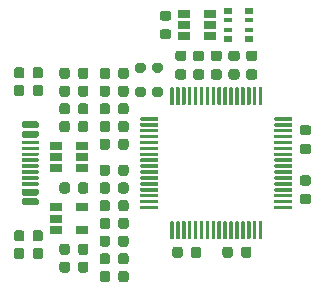
<source format=gbr>
G04 #@! TF.GenerationSoftware,KiCad,Pcbnew,(5.1.6-0-10_14)*
G04 #@! TF.CreationDate,2020-09-25T04:26:35-07:00*
G04 #@! TF.ProjectId,FT2232H_USB-C_to_2x10_1.27_F_RA,46543232-3332-4485-9f55-53422d435f74,rev?*
G04 #@! TF.SameCoordinates,Original*
G04 #@! TF.FileFunction,Paste,Top*
G04 #@! TF.FilePolarity,Positive*
%FSLAX46Y46*%
G04 Gerber Fmt 4.6, Leading zero omitted, Abs format (unit mm)*
G04 Created by KiCad (PCBNEW (5.1.6-0-10_14)) date 2020-09-25 04:26:35*
%MOMM*%
%LPD*%
G01*
G04 APERTURE LIST*
%ADD10R,1.060000X0.650000*%
%ADD11R,0.800000X0.500000*%
%ADD12R,0.800000X0.400000*%
G04 APERTURE END LIST*
D10*
X149650000Y-100778000D03*
X149650000Y-102678000D03*
X147450000Y-102678000D03*
X147450000Y-101728000D03*
X147450000Y-100778000D03*
G36*
G01*
X152700000Y-103884250D02*
X152700000Y-103371750D01*
G75*
G02*
X152918750Y-103153000I218750J0D01*
G01*
X153356250Y-103153000D01*
G75*
G02*
X153575000Y-103371750I0J-218750D01*
G01*
X153575000Y-103884250D01*
G75*
G02*
X153356250Y-104103000I-218750J0D01*
G01*
X152918750Y-104103000D01*
G75*
G02*
X152700000Y-103884250I0J218750D01*
G01*
G37*
G36*
G01*
X151125000Y-103884250D02*
X151125000Y-103371750D01*
G75*
G02*
X151343750Y-103153000I218750J0D01*
G01*
X151781250Y-103153000D01*
G75*
G02*
X152000000Y-103371750I0J-218750D01*
G01*
X152000000Y-103884250D01*
G75*
G02*
X151781250Y-104103000I-218750J0D01*
G01*
X151343750Y-104103000D01*
G75*
G02*
X151125000Y-103884250I0J218750D01*
G01*
G37*
G36*
G01*
X144595000Y-96628000D02*
X145895000Y-96628000D01*
G75*
G02*
X145970000Y-96703000I0J-75000D01*
G01*
X145970000Y-96853000D01*
G75*
G02*
X145895000Y-96928000I-75000J0D01*
G01*
X144595000Y-96928000D01*
G75*
G02*
X144520000Y-96853000I0J75000D01*
G01*
X144520000Y-96703000D01*
G75*
G02*
X144595000Y-96628000I75000J0D01*
G01*
G37*
G36*
G01*
X144595000Y-98628000D02*
X145895000Y-98628000D01*
G75*
G02*
X145970000Y-98703000I0J-75000D01*
G01*
X145970000Y-98853000D01*
G75*
G02*
X145895000Y-98928000I-75000J0D01*
G01*
X144595000Y-98928000D01*
G75*
G02*
X144520000Y-98853000I0J75000D01*
G01*
X144520000Y-98703000D01*
G75*
G02*
X144595000Y-98628000I75000J0D01*
G01*
G37*
G36*
G01*
X144595000Y-98128000D02*
X145895000Y-98128000D01*
G75*
G02*
X145970000Y-98203000I0J-75000D01*
G01*
X145970000Y-98353000D01*
G75*
G02*
X145895000Y-98428000I-75000J0D01*
G01*
X144595000Y-98428000D01*
G75*
G02*
X144520000Y-98353000I0J75000D01*
G01*
X144520000Y-98203000D01*
G75*
G02*
X144595000Y-98128000I75000J0D01*
G01*
G37*
G36*
G01*
X144595000Y-97628000D02*
X145895000Y-97628000D01*
G75*
G02*
X145970000Y-97703000I0J-75000D01*
G01*
X145970000Y-97853000D01*
G75*
G02*
X145895000Y-97928000I-75000J0D01*
G01*
X144595000Y-97928000D01*
G75*
G02*
X144520000Y-97853000I0J75000D01*
G01*
X144520000Y-97703000D01*
G75*
G02*
X144595000Y-97628000I75000J0D01*
G01*
G37*
G36*
G01*
X144595000Y-97128000D02*
X145895000Y-97128000D01*
G75*
G02*
X145970000Y-97203000I0J-75000D01*
G01*
X145970000Y-97353000D01*
G75*
G02*
X145895000Y-97428000I-75000J0D01*
G01*
X144595000Y-97428000D01*
G75*
G02*
X144520000Y-97353000I0J75000D01*
G01*
X144520000Y-97203000D01*
G75*
G02*
X144595000Y-97128000I75000J0D01*
G01*
G37*
G36*
G01*
X144595000Y-96128000D02*
X145895000Y-96128000D01*
G75*
G02*
X145970000Y-96203000I0J-75000D01*
G01*
X145970000Y-96353000D01*
G75*
G02*
X145895000Y-96428000I-75000J0D01*
G01*
X144595000Y-96428000D01*
G75*
G02*
X144520000Y-96353000I0J75000D01*
G01*
X144520000Y-96203000D01*
G75*
G02*
X144595000Y-96128000I75000J0D01*
G01*
G37*
G36*
G01*
X144595000Y-95628000D02*
X145895000Y-95628000D01*
G75*
G02*
X145970000Y-95703000I0J-75000D01*
G01*
X145970000Y-95853000D01*
G75*
G02*
X145895000Y-95928000I-75000J0D01*
G01*
X144595000Y-95928000D01*
G75*
G02*
X144520000Y-95853000I0J75000D01*
G01*
X144520000Y-95703000D01*
G75*
G02*
X144595000Y-95628000I75000J0D01*
G01*
G37*
G36*
G01*
X144595000Y-95128000D02*
X145895000Y-95128000D01*
G75*
G02*
X145970000Y-95203000I0J-75000D01*
G01*
X145970000Y-95353000D01*
G75*
G02*
X145895000Y-95428000I-75000J0D01*
G01*
X144595000Y-95428000D01*
G75*
G02*
X144520000Y-95353000I0J75000D01*
G01*
X144520000Y-95203000D01*
G75*
G02*
X144595000Y-95128000I75000J0D01*
G01*
G37*
G36*
G01*
X144670000Y-99978000D02*
X145820000Y-99978000D01*
G75*
G02*
X145970000Y-100128000I0J-150000D01*
G01*
X145970000Y-100428000D01*
G75*
G02*
X145820000Y-100578000I-150000J0D01*
G01*
X144670000Y-100578000D01*
G75*
G02*
X144520000Y-100428000I0J150000D01*
G01*
X144520000Y-100128000D01*
G75*
G02*
X144670000Y-99978000I150000J0D01*
G01*
G37*
G36*
G01*
X144670000Y-99178000D02*
X145820000Y-99178000D01*
G75*
G02*
X145970000Y-99328000I0J-150000D01*
G01*
X145970000Y-99628000D01*
G75*
G02*
X145820000Y-99778000I-150000J0D01*
G01*
X144670000Y-99778000D01*
G75*
G02*
X144520000Y-99628000I0J150000D01*
G01*
X144520000Y-99328000D01*
G75*
G02*
X144670000Y-99178000I150000J0D01*
G01*
G37*
G36*
G01*
X144670000Y-94278000D02*
X145820000Y-94278000D01*
G75*
G02*
X145970000Y-94428000I0J-150000D01*
G01*
X145970000Y-94728000D01*
G75*
G02*
X145820000Y-94878000I-150000J0D01*
G01*
X144670000Y-94878000D01*
G75*
G02*
X144520000Y-94728000I0J150000D01*
G01*
X144520000Y-94428000D01*
G75*
G02*
X144670000Y-94278000I150000J0D01*
G01*
G37*
G36*
G01*
X144670000Y-93478000D02*
X145820000Y-93478000D01*
G75*
G02*
X145970000Y-93628000I0J-150000D01*
G01*
X145970000Y-93928000D01*
G75*
G02*
X145820000Y-94078000I-150000J0D01*
G01*
X144670000Y-94078000D01*
G75*
G02*
X144520000Y-93928000I0J150000D01*
G01*
X144520000Y-93628000D01*
G75*
G02*
X144670000Y-93478000I150000J0D01*
G01*
G37*
G36*
G01*
X144670000Y-93478000D02*
X145820000Y-93478000D01*
G75*
G02*
X145970000Y-93628000I0J-150000D01*
G01*
X145970000Y-93928000D01*
G75*
G02*
X145820000Y-94078000I-150000J0D01*
G01*
X144670000Y-94078000D01*
G75*
G02*
X144520000Y-93928000I0J150000D01*
G01*
X144520000Y-93628000D01*
G75*
G02*
X144670000Y-93478000I150000J0D01*
G01*
G37*
G36*
G01*
X144670000Y-94278000D02*
X145820000Y-94278000D01*
G75*
G02*
X145970000Y-94428000I0J-150000D01*
G01*
X145970000Y-94728000D01*
G75*
G02*
X145820000Y-94878000I-150000J0D01*
G01*
X144670000Y-94878000D01*
G75*
G02*
X144520000Y-94728000I0J150000D01*
G01*
X144520000Y-94428000D01*
G75*
G02*
X144670000Y-94278000I150000J0D01*
G01*
G37*
G36*
G01*
X144670000Y-99178000D02*
X145820000Y-99178000D01*
G75*
G02*
X145970000Y-99328000I0J-150000D01*
G01*
X145970000Y-99628000D01*
G75*
G02*
X145820000Y-99778000I-150000J0D01*
G01*
X144670000Y-99778000D01*
G75*
G02*
X144520000Y-99628000I0J150000D01*
G01*
X144520000Y-99328000D01*
G75*
G02*
X144670000Y-99178000I150000J0D01*
G01*
G37*
G36*
G01*
X144670000Y-99978000D02*
X145820000Y-99978000D01*
G75*
G02*
X145970000Y-100128000I0J-150000D01*
G01*
X145970000Y-100428000D01*
G75*
G02*
X145820000Y-100578000I-150000J0D01*
G01*
X144670000Y-100578000D01*
G75*
G02*
X144520000Y-100428000I0J150000D01*
G01*
X144520000Y-100128000D01*
G75*
G02*
X144670000Y-99978000I150000J0D01*
G01*
G37*
G36*
G01*
X145450000Y-91134250D02*
X145450000Y-90621750D01*
G75*
G02*
X145668750Y-90403000I218750J0D01*
G01*
X146106250Y-90403000D01*
G75*
G02*
X146325000Y-90621750I0J-218750D01*
G01*
X146325000Y-91134250D01*
G75*
G02*
X146106250Y-91353000I-218750J0D01*
G01*
X145668750Y-91353000D01*
G75*
G02*
X145450000Y-91134250I0J218750D01*
G01*
G37*
G36*
G01*
X143875000Y-91134250D02*
X143875000Y-90621750D01*
G75*
G02*
X144093750Y-90403000I218750J0D01*
G01*
X144531250Y-90403000D01*
G75*
G02*
X144750000Y-90621750I0J-218750D01*
G01*
X144750000Y-91134250D01*
G75*
G02*
X144531250Y-91353000I-218750J0D01*
G01*
X144093750Y-91353000D01*
G75*
G02*
X143875000Y-91134250I0J218750D01*
G01*
G37*
G36*
G01*
X145450000Y-89634250D02*
X145450000Y-89121750D01*
G75*
G02*
X145668750Y-88903000I218750J0D01*
G01*
X146106250Y-88903000D01*
G75*
G02*
X146325000Y-89121750I0J-218750D01*
G01*
X146325000Y-89634250D01*
G75*
G02*
X146106250Y-89853000I-218750J0D01*
G01*
X145668750Y-89853000D01*
G75*
G02*
X145450000Y-89634250I0J218750D01*
G01*
G37*
G36*
G01*
X143875000Y-89634250D02*
X143875000Y-89121750D01*
G75*
G02*
X144093750Y-88903000I218750J0D01*
G01*
X144531250Y-88903000D01*
G75*
G02*
X144750000Y-89121750I0J-218750D01*
G01*
X144750000Y-89634250D01*
G75*
G02*
X144531250Y-89853000I-218750J0D01*
G01*
X144093750Y-89853000D01*
G75*
G02*
X143875000Y-89634250I0J218750D01*
G01*
G37*
D11*
X163758147Y-86537010D03*
D12*
X163758147Y-85737010D03*
D11*
X163758147Y-84137010D03*
D12*
X163758147Y-84937010D03*
D11*
X161958147Y-86537010D03*
D12*
X161958147Y-84937010D03*
X161958147Y-85737010D03*
D11*
X161958147Y-84137010D03*
G36*
G01*
X155775000Y-88553000D02*
X156275000Y-88553000D01*
G75*
G02*
X156475000Y-88753000I0J-200000D01*
G01*
X156475000Y-89153000D01*
G75*
G02*
X156275000Y-89353000I-200000J0D01*
G01*
X155775000Y-89353000D01*
G75*
G02*
X155575000Y-89153000I0J200000D01*
G01*
X155575000Y-88753000D01*
G75*
G02*
X155775000Y-88553000I200000J0D01*
G01*
G37*
G36*
G01*
X154325000Y-88553000D02*
X154825000Y-88553000D01*
G75*
G02*
X155025000Y-88753000I0J-200000D01*
G01*
X155025000Y-89153000D01*
G75*
G02*
X154825000Y-89353000I-200000J0D01*
G01*
X154325000Y-89353000D01*
G75*
G02*
X154125000Y-89153000I0J200000D01*
G01*
X154125000Y-88753000D01*
G75*
G02*
X154325000Y-88553000I200000J0D01*
G01*
G37*
G36*
G01*
X155775000Y-90602999D02*
X156275000Y-90602999D01*
G75*
G02*
X156475000Y-90802999I0J-200000D01*
G01*
X156475000Y-91202999D01*
G75*
G02*
X156275000Y-91402999I-200000J0D01*
G01*
X155775000Y-91402999D01*
G75*
G02*
X155575000Y-91202999I0J200000D01*
G01*
X155575000Y-90802999D01*
G75*
G02*
X155775000Y-90602999I200000J0D01*
G01*
G37*
G36*
G01*
X154325000Y-90602999D02*
X154825000Y-90602999D01*
G75*
G02*
X155025000Y-90802999I0J-200000D01*
G01*
X155025000Y-91202999D01*
G75*
G02*
X154825000Y-91402999I-200000J0D01*
G01*
X154325000Y-91402999D01*
G75*
G02*
X154125000Y-91202999I0J200000D01*
G01*
X154125000Y-90802999D01*
G75*
G02*
X154325000Y-90602999I200000J0D01*
G01*
G37*
D10*
X149650000Y-96528000D03*
X149650000Y-95578000D03*
X149650000Y-97478000D03*
X147450000Y-97478000D03*
X147450000Y-96528000D03*
X147450000Y-95578000D03*
X160458147Y-85337009D03*
X160458147Y-84387009D03*
X160458147Y-86287009D03*
X158258147Y-86287009D03*
X158258147Y-85337009D03*
X158258147Y-84387009D03*
G36*
G01*
X157100000Y-92053000D02*
X157100000Y-90653000D01*
G75*
G02*
X157175000Y-90578000I75000J0D01*
G01*
X157325000Y-90578000D01*
G75*
G02*
X157400000Y-90653000I0J-75000D01*
G01*
X157400000Y-92053000D01*
G75*
G02*
X157325000Y-92128000I-75000J0D01*
G01*
X157175000Y-92128000D01*
G75*
G02*
X157100000Y-92053000I0J75000D01*
G01*
G37*
G36*
G01*
X157600000Y-92053000D02*
X157600000Y-90653000D01*
G75*
G02*
X157675000Y-90578000I75000J0D01*
G01*
X157825000Y-90578000D01*
G75*
G02*
X157900000Y-90653000I0J-75000D01*
G01*
X157900000Y-92053000D01*
G75*
G02*
X157825000Y-92128000I-75000J0D01*
G01*
X157675000Y-92128000D01*
G75*
G02*
X157600000Y-92053000I0J75000D01*
G01*
G37*
G36*
G01*
X158100000Y-92053000D02*
X158100000Y-90653000D01*
G75*
G02*
X158175000Y-90578000I75000J0D01*
G01*
X158325000Y-90578000D01*
G75*
G02*
X158400000Y-90653000I0J-75000D01*
G01*
X158400000Y-92053000D01*
G75*
G02*
X158325000Y-92128000I-75000J0D01*
G01*
X158175000Y-92128000D01*
G75*
G02*
X158100000Y-92053000I0J75000D01*
G01*
G37*
G36*
G01*
X158600000Y-92053000D02*
X158600000Y-90653000D01*
G75*
G02*
X158675000Y-90578000I75000J0D01*
G01*
X158825000Y-90578000D01*
G75*
G02*
X158900000Y-90653000I0J-75000D01*
G01*
X158900000Y-92053000D01*
G75*
G02*
X158825000Y-92128000I-75000J0D01*
G01*
X158675000Y-92128000D01*
G75*
G02*
X158600000Y-92053000I0J75000D01*
G01*
G37*
G36*
G01*
X159100000Y-92053000D02*
X159100000Y-90653000D01*
G75*
G02*
X159175000Y-90578000I75000J0D01*
G01*
X159325000Y-90578000D01*
G75*
G02*
X159400000Y-90653000I0J-75000D01*
G01*
X159400000Y-92053000D01*
G75*
G02*
X159325000Y-92128000I-75000J0D01*
G01*
X159175000Y-92128000D01*
G75*
G02*
X159100000Y-92053000I0J75000D01*
G01*
G37*
G36*
G01*
X159600000Y-92053000D02*
X159600000Y-90653000D01*
G75*
G02*
X159675000Y-90578000I75000J0D01*
G01*
X159825000Y-90578000D01*
G75*
G02*
X159900000Y-90653000I0J-75000D01*
G01*
X159900000Y-92053000D01*
G75*
G02*
X159825000Y-92128000I-75000J0D01*
G01*
X159675000Y-92128000D01*
G75*
G02*
X159600000Y-92053000I0J75000D01*
G01*
G37*
G36*
G01*
X160100000Y-92053000D02*
X160100000Y-90653000D01*
G75*
G02*
X160175000Y-90578000I75000J0D01*
G01*
X160325000Y-90578000D01*
G75*
G02*
X160400000Y-90653000I0J-75000D01*
G01*
X160400000Y-92053000D01*
G75*
G02*
X160325000Y-92128000I-75000J0D01*
G01*
X160175000Y-92128000D01*
G75*
G02*
X160100000Y-92053000I0J75000D01*
G01*
G37*
G36*
G01*
X160600000Y-92053000D02*
X160600000Y-90653000D01*
G75*
G02*
X160675000Y-90578000I75000J0D01*
G01*
X160825000Y-90578000D01*
G75*
G02*
X160900000Y-90653000I0J-75000D01*
G01*
X160900000Y-92053000D01*
G75*
G02*
X160825000Y-92128000I-75000J0D01*
G01*
X160675000Y-92128000D01*
G75*
G02*
X160600000Y-92053000I0J75000D01*
G01*
G37*
G36*
G01*
X161100000Y-92053000D02*
X161100000Y-90653000D01*
G75*
G02*
X161175000Y-90578000I75000J0D01*
G01*
X161325000Y-90578000D01*
G75*
G02*
X161400000Y-90653000I0J-75000D01*
G01*
X161400000Y-92053000D01*
G75*
G02*
X161325000Y-92128000I-75000J0D01*
G01*
X161175000Y-92128000D01*
G75*
G02*
X161100000Y-92053000I0J75000D01*
G01*
G37*
G36*
G01*
X161600000Y-92053000D02*
X161600000Y-90653000D01*
G75*
G02*
X161675000Y-90578000I75000J0D01*
G01*
X161825000Y-90578000D01*
G75*
G02*
X161900000Y-90653000I0J-75000D01*
G01*
X161900000Y-92053000D01*
G75*
G02*
X161825000Y-92128000I-75000J0D01*
G01*
X161675000Y-92128000D01*
G75*
G02*
X161600000Y-92053000I0J75000D01*
G01*
G37*
G36*
G01*
X162100000Y-92053000D02*
X162100000Y-90653000D01*
G75*
G02*
X162175000Y-90578000I75000J0D01*
G01*
X162325000Y-90578000D01*
G75*
G02*
X162400000Y-90653000I0J-75000D01*
G01*
X162400000Y-92053000D01*
G75*
G02*
X162325000Y-92128000I-75000J0D01*
G01*
X162175000Y-92128000D01*
G75*
G02*
X162100000Y-92053000I0J75000D01*
G01*
G37*
G36*
G01*
X162600000Y-92053000D02*
X162600000Y-90653000D01*
G75*
G02*
X162675000Y-90578000I75000J0D01*
G01*
X162825000Y-90578000D01*
G75*
G02*
X162900000Y-90653000I0J-75000D01*
G01*
X162900000Y-92053000D01*
G75*
G02*
X162825000Y-92128000I-75000J0D01*
G01*
X162675000Y-92128000D01*
G75*
G02*
X162600000Y-92053000I0J75000D01*
G01*
G37*
G36*
G01*
X163100000Y-92053000D02*
X163100000Y-90653000D01*
G75*
G02*
X163175000Y-90578000I75000J0D01*
G01*
X163325000Y-90578000D01*
G75*
G02*
X163400000Y-90653000I0J-75000D01*
G01*
X163400000Y-92053000D01*
G75*
G02*
X163325000Y-92128000I-75000J0D01*
G01*
X163175000Y-92128000D01*
G75*
G02*
X163100000Y-92053000I0J75000D01*
G01*
G37*
G36*
G01*
X163600000Y-92053000D02*
X163600000Y-90653000D01*
G75*
G02*
X163675000Y-90578000I75000J0D01*
G01*
X163825000Y-90578000D01*
G75*
G02*
X163900000Y-90653000I0J-75000D01*
G01*
X163900000Y-92053000D01*
G75*
G02*
X163825000Y-92128000I-75000J0D01*
G01*
X163675000Y-92128000D01*
G75*
G02*
X163600000Y-92053000I0J75000D01*
G01*
G37*
G36*
G01*
X164100000Y-92053000D02*
X164100000Y-90653000D01*
G75*
G02*
X164175000Y-90578000I75000J0D01*
G01*
X164325000Y-90578000D01*
G75*
G02*
X164400000Y-90653000I0J-75000D01*
G01*
X164400000Y-92053000D01*
G75*
G02*
X164325000Y-92128000I-75000J0D01*
G01*
X164175000Y-92128000D01*
G75*
G02*
X164100000Y-92053000I0J75000D01*
G01*
G37*
G36*
G01*
X164600000Y-92053000D02*
X164600000Y-90653000D01*
G75*
G02*
X164675000Y-90578000I75000J0D01*
G01*
X164825000Y-90578000D01*
G75*
G02*
X164900000Y-90653000I0J-75000D01*
G01*
X164900000Y-92053000D01*
G75*
G02*
X164825000Y-92128000I-75000J0D01*
G01*
X164675000Y-92128000D01*
G75*
G02*
X164600000Y-92053000I0J75000D01*
G01*
G37*
G36*
G01*
X165900000Y-93353000D02*
X165900000Y-93203000D01*
G75*
G02*
X165975000Y-93128000I75000J0D01*
G01*
X167375000Y-93128000D01*
G75*
G02*
X167450000Y-93203000I0J-75000D01*
G01*
X167450000Y-93353000D01*
G75*
G02*
X167375000Y-93428000I-75000J0D01*
G01*
X165975000Y-93428000D01*
G75*
G02*
X165900000Y-93353000I0J75000D01*
G01*
G37*
G36*
G01*
X165900000Y-93853000D02*
X165900000Y-93703000D01*
G75*
G02*
X165975000Y-93628000I75000J0D01*
G01*
X167375000Y-93628000D01*
G75*
G02*
X167450000Y-93703000I0J-75000D01*
G01*
X167450000Y-93853000D01*
G75*
G02*
X167375000Y-93928000I-75000J0D01*
G01*
X165975000Y-93928000D01*
G75*
G02*
X165900000Y-93853000I0J75000D01*
G01*
G37*
G36*
G01*
X165900000Y-94353000D02*
X165900000Y-94203000D01*
G75*
G02*
X165975000Y-94128000I75000J0D01*
G01*
X167375000Y-94128000D01*
G75*
G02*
X167450000Y-94203000I0J-75000D01*
G01*
X167450000Y-94353000D01*
G75*
G02*
X167375000Y-94428000I-75000J0D01*
G01*
X165975000Y-94428000D01*
G75*
G02*
X165900000Y-94353000I0J75000D01*
G01*
G37*
G36*
G01*
X165900000Y-94853000D02*
X165900000Y-94703000D01*
G75*
G02*
X165975000Y-94628000I75000J0D01*
G01*
X167375000Y-94628000D01*
G75*
G02*
X167450000Y-94703000I0J-75000D01*
G01*
X167450000Y-94853000D01*
G75*
G02*
X167375000Y-94928000I-75000J0D01*
G01*
X165975000Y-94928000D01*
G75*
G02*
X165900000Y-94853000I0J75000D01*
G01*
G37*
G36*
G01*
X165900000Y-95353000D02*
X165900000Y-95203000D01*
G75*
G02*
X165975000Y-95128000I75000J0D01*
G01*
X167375000Y-95128000D01*
G75*
G02*
X167450000Y-95203000I0J-75000D01*
G01*
X167450000Y-95353000D01*
G75*
G02*
X167375000Y-95428000I-75000J0D01*
G01*
X165975000Y-95428000D01*
G75*
G02*
X165900000Y-95353000I0J75000D01*
G01*
G37*
G36*
G01*
X165900000Y-95853000D02*
X165900000Y-95703000D01*
G75*
G02*
X165975000Y-95628000I75000J0D01*
G01*
X167375000Y-95628000D01*
G75*
G02*
X167450000Y-95703000I0J-75000D01*
G01*
X167450000Y-95853000D01*
G75*
G02*
X167375000Y-95928000I-75000J0D01*
G01*
X165975000Y-95928000D01*
G75*
G02*
X165900000Y-95853000I0J75000D01*
G01*
G37*
G36*
G01*
X165900000Y-96353000D02*
X165900000Y-96203000D01*
G75*
G02*
X165975000Y-96128000I75000J0D01*
G01*
X167375000Y-96128000D01*
G75*
G02*
X167450000Y-96203000I0J-75000D01*
G01*
X167450000Y-96353000D01*
G75*
G02*
X167375000Y-96428000I-75000J0D01*
G01*
X165975000Y-96428000D01*
G75*
G02*
X165900000Y-96353000I0J75000D01*
G01*
G37*
G36*
G01*
X165900000Y-96853000D02*
X165900000Y-96703000D01*
G75*
G02*
X165975000Y-96628000I75000J0D01*
G01*
X167375000Y-96628000D01*
G75*
G02*
X167450000Y-96703000I0J-75000D01*
G01*
X167450000Y-96853000D01*
G75*
G02*
X167375000Y-96928000I-75000J0D01*
G01*
X165975000Y-96928000D01*
G75*
G02*
X165900000Y-96853000I0J75000D01*
G01*
G37*
G36*
G01*
X165900000Y-97353000D02*
X165900000Y-97203000D01*
G75*
G02*
X165975000Y-97128000I75000J0D01*
G01*
X167375000Y-97128000D01*
G75*
G02*
X167450000Y-97203000I0J-75000D01*
G01*
X167450000Y-97353000D01*
G75*
G02*
X167375000Y-97428000I-75000J0D01*
G01*
X165975000Y-97428000D01*
G75*
G02*
X165900000Y-97353000I0J75000D01*
G01*
G37*
G36*
G01*
X165900000Y-97853000D02*
X165900000Y-97703000D01*
G75*
G02*
X165975000Y-97628000I75000J0D01*
G01*
X167375000Y-97628000D01*
G75*
G02*
X167450000Y-97703000I0J-75000D01*
G01*
X167450000Y-97853000D01*
G75*
G02*
X167375000Y-97928000I-75000J0D01*
G01*
X165975000Y-97928000D01*
G75*
G02*
X165900000Y-97853000I0J75000D01*
G01*
G37*
G36*
G01*
X165900000Y-98353000D02*
X165900000Y-98203000D01*
G75*
G02*
X165975000Y-98128000I75000J0D01*
G01*
X167375000Y-98128000D01*
G75*
G02*
X167450000Y-98203000I0J-75000D01*
G01*
X167450000Y-98353000D01*
G75*
G02*
X167375000Y-98428000I-75000J0D01*
G01*
X165975000Y-98428000D01*
G75*
G02*
X165900000Y-98353000I0J75000D01*
G01*
G37*
G36*
G01*
X165900000Y-98853000D02*
X165900000Y-98703000D01*
G75*
G02*
X165975000Y-98628000I75000J0D01*
G01*
X167375000Y-98628000D01*
G75*
G02*
X167450000Y-98703000I0J-75000D01*
G01*
X167450000Y-98853000D01*
G75*
G02*
X167375000Y-98928000I-75000J0D01*
G01*
X165975000Y-98928000D01*
G75*
G02*
X165900000Y-98853000I0J75000D01*
G01*
G37*
G36*
G01*
X165900000Y-99353000D02*
X165900000Y-99203000D01*
G75*
G02*
X165975000Y-99128000I75000J0D01*
G01*
X167375000Y-99128000D01*
G75*
G02*
X167450000Y-99203000I0J-75000D01*
G01*
X167450000Y-99353000D01*
G75*
G02*
X167375000Y-99428000I-75000J0D01*
G01*
X165975000Y-99428000D01*
G75*
G02*
X165900000Y-99353000I0J75000D01*
G01*
G37*
G36*
G01*
X165900000Y-99853000D02*
X165900000Y-99703000D01*
G75*
G02*
X165975000Y-99628000I75000J0D01*
G01*
X167375000Y-99628000D01*
G75*
G02*
X167450000Y-99703000I0J-75000D01*
G01*
X167450000Y-99853000D01*
G75*
G02*
X167375000Y-99928000I-75000J0D01*
G01*
X165975000Y-99928000D01*
G75*
G02*
X165900000Y-99853000I0J75000D01*
G01*
G37*
G36*
G01*
X165900000Y-100353000D02*
X165900000Y-100203000D01*
G75*
G02*
X165975000Y-100128000I75000J0D01*
G01*
X167375000Y-100128000D01*
G75*
G02*
X167450000Y-100203000I0J-75000D01*
G01*
X167450000Y-100353000D01*
G75*
G02*
X167375000Y-100428000I-75000J0D01*
G01*
X165975000Y-100428000D01*
G75*
G02*
X165900000Y-100353000I0J75000D01*
G01*
G37*
G36*
G01*
X165900000Y-100853000D02*
X165900000Y-100703000D01*
G75*
G02*
X165975000Y-100628000I75000J0D01*
G01*
X167375000Y-100628000D01*
G75*
G02*
X167450000Y-100703000I0J-75000D01*
G01*
X167450000Y-100853000D01*
G75*
G02*
X167375000Y-100928000I-75000J0D01*
G01*
X165975000Y-100928000D01*
G75*
G02*
X165900000Y-100853000I0J75000D01*
G01*
G37*
G36*
G01*
X164600000Y-103403000D02*
X164600000Y-102003000D01*
G75*
G02*
X164675000Y-101928000I75000J0D01*
G01*
X164825000Y-101928000D01*
G75*
G02*
X164900000Y-102003000I0J-75000D01*
G01*
X164900000Y-103403000D01*
G75*
G02*
X164825000Y-103478000I-75000J0D01*
G01*
X164675000Y-103478000D01*
G75*
G02*
X164600000Y-103403000I0J75000D01*
G01*
G37*
G36*
G01*
X164100000Y-103403000D02*
X164100000Y-102003000D01*
G75*
G02*
X164175000Y-101928000I75000J0D01*
G01*
X164325000Y-101928000D01*
G75*
G02*
X164400000Y-102003000I0J-75000D01*
G01*
X164400000Y-103403000D01*
G75*
G02*
X164325000Y-103478000I-75000J0D01*
G01*
X164175000Y-103478000D01*
G75*
G02*
X164100000Y-103403000I0J75000D01*
G01*
G37*
G36*
G01*
X163600000Y-103403000D02*
X163600000Y-102003000D01*
G75*
G02*
X163675000Y-101928000I75000J0D01*
G01*
X163825000Y-101928000D01*
G75*
G02*
X163900000Y-102003000I0J-75000D01*
G01*
X163900000Y-103403000D01*
G75*
G02*
X163825000Y-103478000I-75000J0D01*
G01*
X163675000Y-103478000D01*
G75*
G02*
X163600000Y-103403000I0J75000D01*
G01*
G37*
G36*
G01*
X163100000Y-103403000D02*
X163100000Y-102003000D01*
G75*
G02*
X163175000Y-101928000I75000J0D01*
G01*
X163325000Y-101928000D01*
G75*
G02*
X163400000Y-102003000I0J-75000D01*
G01*
X163400000Y-103403000D01*
G75*
G02*
X163325000Y-103478000I-75000J0D01*
G01*
X163175000Y-103478000D01*
G75*
G02*
X163100000Y-103403000I0J75000D01*
G01*
G37*
G36*
G01*
X162600000Y-103403000D02*
X162600000Y-102003000D01*
G75*
G02*
X162675000Y-101928000I75000J0D01*
G01*
X162825000Y-101928000D01*
G75*
G02*
X162900000Y-102003000I0J-75000D01*
G01*
X162900000Y-103403000D01*
G75*
G02*
X162825000Y-103478000I-75000J0D01*
G01*
X162675000Y-103478000D01*
G75*
G02*
X162600000Y-103403000I0J75000D01*
G01*
G37*
G36*
G01*
X162100000Y-103403000D02*
X162100000Y-102003000D01*
G75*
G02*
X162175000Y-101928000I75000J0D01*
G01*
X162325000Y-101928000D01*
G75*
G02*
X162400000Y-102003000I0J-75000D01*
G01*
X162400000Y-103403000D01*
G75*
G02*
X162325000Y-103478000I-75000J0D01*
G01*
X162175000Y-103478000D01*
G75*
G02*
X162100000Y-103403000I0J75000D01*
G01*
G37*
G36*
G01*
X161600000Y-103403000D02*
X161600000Y-102003000D01*
G75*
G02*
X161675000Y-101928000I75000J0D01*
G01*
X161825000Y-101928000D01*
G75*
G02*
X161900000Y-102003000I0J-75000D01*
G01*
X161900000Y-103403000D01*
G75*
G02*
X161825000Y-103478000I-75000J0D01*
G01*
X161675000Y-103478000D01*
G75*
G02*
X161600000Y-103403000I0J75000D01*
G01*
G37*
G36*
G01*
X161100000Y-103403000D02*
X161100000Y-102003000D01*
G75*
G02*
X161175000Y-101928000I75000J0D01*
G01*
X161325000Y-101928000D01*
G75*
G02*
X161400000Y-102003000I0J-75000D01*
G01*
X161400000Y-103403000D01*
G75*
G02*
X161325000Y-103478000I-75000J0D01*
G01*
X161175000Y-103478000D01*
G75*
G02*
X161100000Y-103403000I0J75000D01*
G01*
G37*
G36*
G01*
X160600000Y-103403000D02*
X160600000Y-102003000D01*
G75*
G02*
X160675000Y-101928000I75000J0D01*
G01*
X160825000Y-101928000D01*
G75*
G02*
X160900000Y-102003000I0J-75000D01*
G01*
X160900000Y-103403000D01*
G75*
G02*
X160825000Y-103478000I-75000J0D01*
G01*
X160675000Y-103478000D01*
G75*
G02*
X160600000Y-103403000I0J75000D01*
G01*
G37*
G36*
G01*
X160100000Y-103403000D02*
X160100000Y-102003000D01*
G75*
G02*
X160175000Y-101928000I75000J0D01*
G01*
X160325000Y-101928000D01*
G75*
G02*
X160400000Y-102003000I0J-75000D01*
G01*
X160400000Y-103403000D01*
G75*
G02*
X160325000Y-103478000I-75000J0D01*
G01*
X160175000Y-103478000D01*
G75*
G02*
X160100000Y-103403000I0J75000D01*
G01*
G37*
G36*
G01*
X159600000Y-103403000D02*
X159600000Y-102003000D01*
G75*
G02*
X159675000Y-101928000I75000J0D01*
G01*
X159825000Y-101928000D01*
G75*
G02*
X159900000Y-102003000I0J-75000D01*
G01*
X159900000Y-103403000D01*
G75*
G02*
X159825000Y-103478000I-75000J0D01*
G01*
X159675000Y-103478000D01*
G75*
G02*
X159600000Y-103403000I0J75000D01*
G01*
G37*
G36*
G01*
X159100000Y-103403000D02*
X159100000Y-102003000D01*
G75*
G02*
X159175000Y-101928000I75000J0D01*
G01*
X159325000Y-101928000D01*
G75*
G02*
X159400000Y-102003000I0J-75000D01*
G01*
X159400000Y-103403000D01*
G75*
G02*
X159325000Y-103478000I-75000J0D01*
G01*
X159175000Y-103478000D01*
G75*
G02*
X159100000Y-103403000I0J75000D01*
G01*
G37*
G36*
G01*
X158600000Y-103403000D02*
X158600000Y-102003000D01*
G75*
G02*
X158675000Y-101928000I75000J0D01*
G01*
X158825000Y-101928000D01*
G75*
G02*
X158900000Y-102003000I0J-75000D01*
G01*
X158900000Y-103403000D01*
G75*
G02*
X158825000Y-103478000I-75000J0D01*
G01*
X158675000Y-103478000D01*
G75*
G02*
X158600000Y-103403000I0J75000D01*
G01*
G37*
G36*
G01*
X158100000Y-103403000D02*
X158100000Y-102003000D01*
G75*
G02*
X158175000Y-101928000I75000J0D01*
G01*
X158325000Y-101928000D01*
G75*
G02*
X158400000Y-102003000I0J-75000D01*
G01*
X158400000Y-103403000D01*
G75*
G02*
X158325000Y-103478000I-75000J0D01*
G01*
X158175000Y-103478000D01*
G75*
G02*
X158100000Y-103403000I0J75000D01*
G01*
G37*
G36*
G01*
X157600000Y-103403000D02*
X157600000Y-102003000D01*
G75*
G02*
X157675000Y-101928000I75000J0D01*
G01*
X157825000Y-101928000D01*
G75*
G02*
X157900000Y-102003000I0J-75000D01*
G01*
X157900000Y-103403000D01*
G75*
G02*
X157825000Y-103478000I-75000J0D01*
G01*
X157675000Y-103478000D01*
G75*
G02*
X157600000Y-103403000I0J75000D01*
G01*
G37*
G36*
G01*
X157100000Y-103403000D02*
X157100000Y-102003000D01*
G75*
G02*
X157175000Y-101928000I75000J0D01*
G01*
X157325000Y-101928000D01*
G75*
G02*
X157400000Y-102003000I0J-75000D01*
G01*
X157400000Y-103403000D01*
G75*
G02*
X157325000Y-103478000I-75000J0D01*
G01*
X157175000Y-103478000D01*
G75*
G02*
X157100000Y-103403000I0J75000D01*
G01*
G37*
G36*
G01*
X154550000Y-100853000D02*
X154550000Y-100703000D01*
G75*
G02*
X154625000Y-100628000I75000J0D01*
G01*
X156025000Y-100628000D01*
G75*
G02*
X156100000Y-100703000I0J-75000D01*
G01*
X156100000Y-100853000D01*
G75*
G02*
X156025000Y-100928000I-75000J0D01*
G01*
X154625000Y-100928000D01*
G75*
G02*
X154550000Y-100853000I0J75000D01*
G01*
G37*
G36*
G01*
X154550000Y-100353000D02*
X154550000Y-100203000D01*
G75*
G02*
X154625000Y-100128000I75000J0D01*
G01*
X156025000Y-100128000D01*
G75*
G02*
X156100000Y-100203000I0J-75000D01*
G01*
X156100000Y-100353000D01*
G75*
G02*
X156025000Y-100428000I-75000J0D01*
G01*
X154625000Y-100428000D01*
G75*
G02*
X154550000Y-100353000I0J75000D01*
G01*
G37*
G36*
G01*
X154550000Y-99853000D02*
X154550000Y-99703000D01*
G75*
G02*
X154625000Y-99628000I75000J0D01*
G01*
X156025000Y-99628000D01*
G75*
G02*
X156100000Y-99703000I0J-75000D01*
G01*
X156100000Y-99853000D01*
G75*
G02*
X156025000Y-99928000I-75000J0D01*
G01*
X154625000Y-99928000D01*
G75*
G02*
X154550000Y-99853000I0J75000D01*
G01*
G37*
G36*
G01*
X154550000Y-99353000D02*
X154550000Y-99203000D01*
G75*
G02*
X154625000Y-99128000I75000J0D01*
G01*
X156025000Y-99128000D01*
G75*
G02*
X156100000Y-99203000I0J-75000D01*
G01*
X156100000Y-99353000D01*
G75*
G02*
X156025000Y-99428000I-75000J0D01*
G01*
X154625000Y-99428000D01*
G75*
G02*
X154550000Y-99353000I0J75000D01*
G01*
G37*
G36*
G01*
X154550000Y-98853000D02*
X154550000Y-98703000D01*
G75*
G02*
X154625000Y-98628000I75000J0D01*
G01*
X156025000Y-98628000D01*
G75*
G02*
X156100000Y-98703000I0J-75000D01*
G01*
X156100000Y-98853000D01*
G75*
G02*
X156025000Y-98928000I-75000J0D01*
G01*
X154625000Y-98928000D01*
G75*
G02*
X154550000Y-98853000I0J75000D01*
G01*
G37*
G36*
G01*
X154550000Y-98353000D02*
X154550000Y-98203000D01*
G75*
G02*
X154625000Y-98128000I75000J0D01*
G01*
X156025000Y-98128000D01*
G75*
G02*
X156100000Y-98203000I0J-75000D01*
G01*
X156100000Y-98353000D01*
G75*
G02*
X156025000Y-98428000I-75000J0D01*
G01*
X154625000Y-98428000D01*
G75*
G02*
X154550000Y-98353000I0J75000D01*
G01*
G37*
G36*
G01*
X154550000Y-97853000D02*
X154550000Y-97703000D01*
G75*
G02*
X154625000Y-97628000I75000J0D01*
G01*
X156025000Y-97628000D01*
G75*
G02*
X156100000Y-97703000I0J-75000D01*
G01*
X156100000Y-97853000D01*
G75*
G02*
X156025000Y-97928000I-75000J0D01*
G01*
X154625000Y-97928000D01*
G75*
G02*
X154550000Y-97853000I0J75000D01*
G01*
G37*
G36*
G01*
X154550000Y-97353000D02*
X154550000Y-97203000D01*
G75*
G02*
X154625000Y-97128000I75000J0D01*
G01*
X156025000Y-97128000D01*
G75*
G02*
X156100000Y-97203000I0J-75000D01*
G01*
X156100000Y-97353000D01*
G75*
G02*
X156025000Y-97428000I-75000J0D01*
G01*
X154625000Y-97428000D01*
G75*
G02*
X154550000Y-97353000I0J75000D01*
G01*
G37*
G36*
G01*
X154550000Y-96853000D02*
X154550000Y-96703000D01*
G75*
G02*
X154625000Y-96628000I75000J0D01*
G01*
X156025000Y-96628000D01*
G75*
G02*
X156100000Y-96703000I0J-75000D01*
G01*
X156100000Y-96853000D01*
G75*
G02*
X156025000Y-96928000I-75000J0D01*
G01*
X154625000Y-96928000D01*
G75*
G02*
X154550000Y-96853000I0J75000D01*
G01*
G37*
G36*
G01*
X154550000Y-96353000D02*
X154550000Y-96203000D01*
G75*
G02*
X154625000Y-96128000I75000J0D01*
G01*
X156025000Y-96128000D01*
G75*
G02*
X156100000Y-96203000I0J-75000D01*
G01*
X156100000Y-96353000D01*
G75*
G02*
X156025000Y-96428000I-75000J0D01*
G01*
X154625000Y-96428000D01*
G75*
G02*
X154550000Y-96353000I0J75000D01*
G01*
G37*
G36*
G01*
X154550000Y-95853000D02*
X154550000Y-95703000D01*
G75*
G02*
X154625000Y-95628000I75000J0D01*
G01*
X156025000Y-95628000D01*
G75*
G02*
X156100000Y-95703000I0J-75000D01*
G01*
X156100000Y-95853000D01*
G75*
G02*
X156025000Y-95928000I-75000J0D01*
G01*
X154625000Y-95928000D01*
G75*
G02*
X154550000Y-95853000I0J75000D01*
G01*
G37*
G36*
G01*
X154550000Y-95353000D02*
X154550000Y-95203000D01*
G75*
G02*
X154625000Y-95128000I75000J0D01*
G01*
X156025000Y-95128000D01*
G75*
G02*
X156100000Y-95203000I0J-75000D01*
G01*
X156100000Y-95353000D01*
G75*
G02*
X156025000Y-95428000I-75000J0D01*
G01*
X154625000Y-95428000D01*
G75*
G02*
X154550000Y-95353000I0J75000D01*
G01*
G37*
G36*
G01*
X154550000Y-94853000D02*
X154550000Y-94703000D01*
G75*
G02*
X154625000Y-94628000I75000J0D01*
G01*
X156025000Y-94628000D01*
G75*
G02*
X156100000Y-94703000I0J-75000D01*
G01*
X156100000Y-94853000D01*
G75*
G02*
X156025000Y-94928000I-75000J0D01*
G01*
X154625000Y-94928000D01*
G75*
G02*
X154550000Y-94853000I0J75000D01*
G01*
G37*
G36*
G01*
X154550000Y-94353000D02*
X154550000Y-94203000D01*
G75*
G02*
X154625000Y-94128000I75000J0D01*
G01*
X156025000Y-94128000D01*
G75*
G02*
X156100000Y-94203000I0J-75000D01*
G01*
X156100000Y-94353000D01*
G75*
G02*
X156025000Y-94428000I-75000J0D01*
G01*
X154625000Y-94428000D01*
G75*
G02*
X154550000Y-94353000I0J75000D01*
G01*
G37*
G36*
G01*
X154550000Y-93853000D02*
X154550000Y-93703000D01*
G75*
G02*
X154625000Y-93628000I75000J0D01*
G01*
X156025000Y-93628000D01*
G75*
G02*
X156100000Y-93703000I0J-75000D01*
G01*
X156100000Y-93853000D01*
G75*
G02*
X156025000Y-93928000I-75000J0D01*
G01*
X154625000Y-93928000D01*
G75*
G02*
X154550000Y-93853000I0J75000D01*
G01*
G37*
G36*
G01*
X154550000Y-93353000D02*
X154550000Y-93203000D01*
G75*
G02*
X154625000Y-93128000I75000J0D01*
G01*
X156025000Y-93128000D01*
G75*
G02*
X156100000Y-93203000I0J-75000D01*
G01*
X156100000Y-93353000D01*
G75*
G02*
X156025000Y-93428000I-75000J0D01*
G01*
X154625000Y-93428000D01*
G75*
G02*
X154550000Y-93353000I0J75000D01*
G01*
G37*
G36*
G01*
X148600000Y-105571750D02*
X148600000Y-106084250D01*
G75*
G02*
X148381250Y-106303000I-218750J0D01*
G01*
X147943750Y-106303000D01*
G75*
G02*
X147725000Y-106084250I0J218750D01*
G01*
X147725000Y-105571750D01*
G75*
G02*
X147943750Y-105353000I218750J0D01*
G01*
X148381250Y-105353000D01*
G75*
G02*
X148600000Y-105571750I0J-218750D01*
G01*
G37*
G36*
G01*
X150175000Y-105571750D02*
X150175000Y-106084250D01*
G75*
G02*
X149956250Y-106303000I-218750J0D01*
G01*
X149518750Y-106303000D01*
G75*
G02*
X149300000Y-106084250I0J218750D01*
G01*
X149300000Y-105571750D01*
G75*
G02*
X149518750Y-105353000I218750J0D01*
G01*
X149956250Y-105353000D01*
G75*
G02*
X150175000Y-105571750I0J-218750D01*
G01*
G37*
G36*
G01*
X159756250Y-88378000D02*
X159243750Y-88378000D01*
G75*
G02*
X159025000Y-88159250I0J218750D01*
G01*
X159025000Y-87721750D01*
G75*
G02*
X159243750Y-87503000I218750J0D01*
G01*
X159756250Y-87503000D01*
G75*
G02*
X159975000Y-87721750I0J-218750D01*
G01*
X159975000Y-88159250D01*
G75*
G02*
X159756250Y-88378000I-218750J0D01*
G01*
G37*
G36*
G01*
X159756250Y-89953000D02*
X159243750Y-89953000D01*
G75*
G02*
X159025000Y-89734250I0J218750D01*
G01*
X159025000Y-89296750D01*
G75*
G02*
X159243750Y-89078000I218750J0D01*
G01*
X159756250Y-89078000D01*
G75*
G02*
X159975000Y-89296750I0J-218750D01*
G01*
X159975000Y-89734250D01*
G75*
G02*
X159756250Y-89953000I-218750J0D01*
G01*
G37*
G36*
G01*
X152000000Y-95171750D02*
X152000000Y-95684250D01*
G75*
G02*
X151781250Y-95903000I-218750J0D01*
G01*
X151343750Y-95903000D01*
G75*
G02*
X151125000Y-95684250I0J218750D01*
G01*
X151125000Y-95171750D01*
G75*
G02*
X151343750Y-94953000I218750J0D01*
G01*
X151781250Y-94953000D01*
G75*
G02*
X152000000Y-95171750I0J-218750D01*
G01*
G37*
G36*
G01*
X153575000Y-95171750D02*
X153575000Y-95684250D01*
G75*
G02*
X153356250Y-95903000I-218750J0D01*
G01*
X152918750Y-95903000D01*
G75*
G02*
X152700000Y-95684250I0J218750D01*
G01*
X152700000Y-95171750D01*
G75*
G02*
X152918750Y-94953000I218750J0D01*
G01*
X153356250Y-94953000D01*
G75*
G02*
X153575000Y-95171750I0J-218750D01*
G01*
G37*
G36*
G01*
X152000000Y-104871750D02*
X152000000Y-105384250D01*
G75*
G02*
X151781250Y-105603000I-218750J0D01*
G01*
X151343750Y-105603000D01*
G75*
G02*
X151125000Y-105384250I0J218750D01*
G01*
X151125000Y-104871750D01*
G75*
G02*
X151343750Y-104653000I218750J0D01*
G01*
X151781250Y-104653000D01*
G75*
G02*
X152000000Y-104871750I0J-218750D01*
G01*
G37*
G36*
G01*
X153575000Y-104871750D02*
X153575000Y-105384250D01*
G75*
G02*
X153356250Y-105603000I-218750J0D01*
G01*
X152918750Y-105603000D01*
G75*
G02*
X152700000Y-105384250I0J218750D01*
G01*
X152700000Y-104871750D01*
G75*
G02*
X152918750Y-104653000I218750J0D01*
G01*
X153356250Y-104653000D01*
G75*
G02*
X153575000Y-104871750I0J-218750D01*
G01*
G37*
G36*
G01*
X145450000Y-104934250D02*
X145450000Y-104421750D01*
G75*
G02*
X145668750Y-104203000I218750J0D01*
G01*
X146106250Y-104203000D01*
G75*
G02*
X146325000Y-104421750I0J-218750D01*
G01*
X146325000Y-104934250D01*
G75*
G02*
X146106250Y-105153000I-218750J0D01*
G01*
X145668750Y-105153000D01*
G75*
G02*
X145450000Y-104934250I0J218750D01*
G01*
G37*
G36*
G01*
X143875000Y-104934250D02*
X143875000Y-104421750D01*
G75*
G02*
X144093750Y-104203000I218750J0D01*
G01*
X144531250Y-104203000D01*
G75*
G02*
X144750000Y-104421750I0J-218750D01*
G01*
X144750000Y-104934250D01*
G75*
G02*
X144531250Y-105153000I-218750J0D01*
G01*
X144093750Y-105153000D01*
G75*
G02*
X143875000Y-104934250I0J218750D01*
G01*
G37*
G36*
G01*
X152000000Y-101871750D02*
X152000000Y-102384250D01*
G75*
G02*
X151781250Y-102603000I-218750J0D01*
G01*
X151343750Y-102603000D01*
G75*
G02*
X151125000Y-102384250I0J218750D01*
G01*
X151125000Y-101871750D01*
G75*
G02*
X151343750Y-101653000I218750J0D01*
G01*
X151781250Y-101653000D01*
G75*
G02*
X152000000Y-101871750I0J-218750D01*
G01*
G37*
G36*
G01*
X153575000Y-101871750D02*
X153575000Y-102384250D01*
G75*
G02*
X153356250Y-102603000I-218750J0D01*
G01*
X152918750Y-102603000D01*
G75*
G02*
X152700000Y-102384250I0J218750D01*
G01*
X152700000Y-101871750D01*
G75*
G02*
X152918750Y-101653000I218750J0D01*
G01*
X153356250Y-101653000D01*
G75*
G02*
X153575000Y-101871750I0J-218750D01*
G01*
G37*
G36*
G01*
X152000000Y-90671750D02*
X152000000Y-91184250D01*
G75*
G02*
X151781250Y-91403000I-218750J0D01*
G01*
X151343750Y-91403000D01*
G75*
G02*
X151125000Y-91184250I0J218750D01*
G01*
X151125000Y-90671750D01*
G75*
G02*
X151343750Y-90453000I218750J0D01*
G01*
X151781250Y-90453000D01*
G75*
G02*
X152000000Y-90671750I0J-218750D01*
G01*
G37*
G36*
G01*
X153575000Y-90671750D02*
X153575000Y-91184250D01*
G75*
G02*
X153356250Y-91403000I-218750J0D01*
G01*
X152918750Y-91403000D01*
G75*
G02*
X152700000Y-91184250I0J218750D01*
G01*
X152700000Y-90671750D01*
G75*
G02*
X152918750Y-90453000I218750J0D01*
G01*
X153356250Y-90453000D01*
G75*
G02*
X153575000Y-90671750I0J-218750D01*
G01*
G37*
G36*
G01*
X148600000Y-92171750D02*
X148600000Y-92684250D01*
G75*
G02*
X148381250Y-92903000I-218750J0D01*
G01*
X147943750Y-92903000D01*
G75*
G02*
X147725000Y-92684250I0J218750D01*
G01*
X147725000Y-92171750D01*
G75*
G02*
X147943750Y-91953000I218750J0D01*
G01*
X148381250Y-91953000D01*
G75*
G02*
X148600000Y-92171750I0J-218750D01*
G01*
G37*
G36*
G01*
X150175000Y-92171750D02*
X150175000Y-92684250D01*
G75*
G02*
X149956250Y-92903000I-218750J0D01*
G01*
X149518750Y-92903000D01*
G75*
G02*
X149300000Y-92684250I0J218750D01*
G01*
X149300000Y-92171750D01*
G75*
G02*
X149518750Y-91953000I218750J0D01*
G01*
X149956250Y-91953000D01*
G75*
G02*
X150175000Y-92171750I0J-218750D01*
G01*
G37*
G36*
G01*
X152000000Y-106371750D02*
X152000000Y-106884250D01*
G75*
G02*
X151781250Y-107103000I-218750J0D01*
G01*
X151343750Y-107103000D01*
G75*
G02*
X151125000Y-106884250I0J218750D01*
G01*
X151125000Y-106371750D01*
G75*
G02*
X151343750Y-106153000I218750J0D01*
G01*
X151781250Y-106153000D01*
G75*
G02*
X152000000Y-106371750I0J-218750D01*
G01*
G37*
G36*
G01*
X153575000Y-106371750D02*
X153575000Y-106884250D01*
G75*
G02*
X153356250Y-107103000I-218750J0D01*
G01*
X152918750Y-107103000D01*
G75*
G02*
X152700000Y-106884250I0J218750D01*
G01*
X152700000Y-106371750D01*
G75*
G02*
X152918750Y-106153000I218750J0D01*
G01*
X153356250Y-106153000D01*
G75*
G02*
X153575000Y-106371750I0J-218750D01*
G01*
G37*
G36*
G01*
X152000000Y-97371750D02*
X152000000Y-97884250D01*
G75*
G02*
X151781250Y-98103000I-218750J0D01*
G01*
X151343750Y-98103000D01*
G75*
G02*
X151125000Y-97884250I0J218750D01*
G01*
X151125000Y-97371750D01*
G75*
G02*
X151343750Y-97153000I218750J0D01*
G01*
X151781250Y-97153000D01*
G75*
G02*
X152000000Y-97371750I0J-218750D01*
G01*
G37*
G36*
G01*
X153575000Y-97371750D02*
X153575000Y-97884250D01*
G75*
G02*
X153356250Y-98103000I-218750J0D01*
G01*
X152918750Y-98103000D01*
G75*
G02*
X152700000Y-97884250I0J218750D01*
G01*
X152700000Y-97371750D01*
G75*
G02*
X152918750Y-97153000I218750J0D01*
G01*
X153356250Y-97153000D01*
G75*
G02*
X153575000Y-97371750I0J-218750D01*
G01*
G37*
G36*
G01*
X152000000Y-100371750D02*
X152000000Y-100884250D01*
G75*
G02*
X151781250Y-101103000I-218750J0D01*
G01*
X151343750Y-101103000D01*
G75*
G02*
X151125000Y-100884250I0J218750D01*
G01*
X151125000Y-100371750D01*
G75*
G02*
X151343750Y-100153000I218750J0D01*
G01*
X151781250Y-100153000D01*
G75*
G02*
X152000000Y-100371750I0J-218750D01*
G01*
G37*
G36*
G01*
X153575000Y-100371750D02*
X153575000Y-100884250D01*
G75*
G02*
X153356250Y-101103000I-218750J0D01*
G01*
X152918750Y-101103000D01*
G75*
G02*
X152700000Y-100884250I0J218750D01*
G01*
X152700000Y-100371750D01*
G75*
G02*
X152918750Y-100153000I218750J0D01*
G01*
X153356250Y-100153000D01*
G75*
G02*
X153575000Y-100371750I0J-218750D01*
G01*
G37*
G36*
G01*
X149300000Y-104584250D02*
X149300000Y-104071750D01*
G75*
G02*
X149518750Y-103853000I218750J0D01*
G01*
X149956250Y-103853000D01*
G75*
G02*
X150175000Y-104071750I0J-218750D01*
G01*
X150175000Y-104584250D01*
G75*
G02*
X149956250Y-104803000I-218750J0D01*
G01*
X149518750Y-104803000D01*
G75*
G02*
X149300000Y-104584250I0J218750D01*
G01*
G37*
G36*
G01*
X147725000Y-104584250D02*
X147725000Y-104071750D01*
G75*
G02*
X147943750Y-103853000I218750J0D01*
G01*
X148381250Y-103853000D01*
G75*
G02*
X148600000Y-104071750I0J-218750D01*
G01*
X148600000Y-104584250D01*
G75*
G02*
X148381250Y-104803000I-218750J0D01*
G01*
X147943750Y-104803000D01*
G75*
G02*
X147725000Y-104584250I0J218750D01*
G01*
G37*
G36*
G01*
X149300000Y-99384250D02*
X149300000Y-98871750D01*
G75*
G02*
X149518750Y-98653000I218750J0D01*
G01*
X149956250Y-98653000D01*
G75*
G02*
X150175000Y-98871750I0J-218750D01*
G01*
X150175000Y-99384250D01*
G75*
G02*
X149956250Y-99603000I-218750J0D01*
G01*
X149518750Y-99603000D01*
G75*
G02*
X149300000Y-99384250I0J218750D01*
G01*
G37*
G36*
G01*
X147725000Y-99384250D02*
X147725000Y-98871750D01*
G75*
G02*
X147943750Y-98653000I218750J0D01*
G01*
X148381250Y-98653000D01*
G75*
G02*
X148600000Y-98871750I0J-218750D01*
G01*
X148600000Y-99384250D01*
G75*
G02*
X148381250Y-99603000I-218750J0D01*
G01*
X147943750Y-99603000D01*
G75*
G02*
X147725000Y-99384250I0J218750D01*
G01*
G37*
G36*
G01*
X158256250Y-88378000D02*
X157743750Y-88378000D01*
G75*
G02*
X157525000Y-88159250I0J218750D01*
G01*
X157525000Y-87721750D01*
G75*
G02*
X157743750Y-87503000I218750J0D01*
G01*
X158256250Y-87503000D01*
G75*
G02*
X158475000Y-87721750I0J-218750D01*
G01*
X158475000Y-88159250D01*
G75*
G02*
X158256250Y-88378000I-218750J0D01*
G01*
G37*
G36*
G01*
X158256250Y-89953000D02*
X157743750Y-89953000D01*
G75*
G02*
X157525000Y-89734250I0J218750D01*
G01*
X157525000Y-89296750D01*
G75*
G02*
X157743750Y-89078000I218750J0D01*
G01*
X158256250Y-89078000D01*
G75*
G02*
X158475000Y-89296750I0J-218750D01*
G01*
X158475000Y-89734250D01*
G75*
G02*
X158256250Y-89953000I-218750J0D01*
G01*
G37*
G36*
G01*
X168293750Y-99628000D02*
X168806250Y-99628000D01*
G75*
G02*
X169025000Y-99846750I0J-218750D01*
G01*
X169025000Y-100284250D01*
G75*
G02*
X168806250Y-100503000I-218750J0D01*
G01*
X168293750Y-100503000D01*
G75*
G02*
X168075000Y-100284250I0J218750D01*
G01*
X168075000Y-99846750D01*
G75*
G02*
X168293750Y-99628000I218750J0D01*
G01*
G37*
G36*
G01*
X168293750Y-98053000D02*
X168806250Y-98053000D01*
G75*
G02*
X169025000Y-98271750I0J-218750D01*
G01*
X169025000Y-98709250D01*
G75*
G02*
X168806250Y-98928000I-218750J0D01*
G01*
X168293750Y-98928000D01*
G75*
G02*
X168075000Y-98709250I0J218750D01*
G01*
X168075000Y-98271750D01*
G75*
G02*
X168293750Y-98053000I218750J0D01*
G01*
G37*
G36*
G01*
X152000000Y-98871750D02*
X152000000Y-99384250D01*
G75*
G02*
X151781250Y-99603000I-218750J0D01*
G01*
X151343750Y-99603000D01*
G75*
G02*
X151125000Y-99384250I0J218750D01*
G01*
X151125000Y-98871750D01*
G75*
G02*
X151343750Y-98653000I218750J0D01*
G01*
X151781250Y-98653000D01*
G75*
G02*
X152000000Y-98871750I0J-218750D01*
G01*
G37*
G36*
G01*
X153575000Y-98871750D02*
X153575000Y-99384250D01*
G75*
G02*
X153356250Y-99603000I-218750J0D01*
G01*
X152918750Y-99603000D01*
G75*
G02*
X152700000Y-99384250I0J218750D01*
G01*
X152700000Y-98871750D01*
G75*
G02*
X152918750Y-98653000I218750J0D01*
G01*
X153356250Y-98653000D01*
G75*
G02*
X153575000Y-98871750I0J-218750D01*
G01*
G37*
G36*
G01*
X152000000Y-93671750D02*
X152000000Y-94184250D01*
G75*
G02*
X151781250Y-94403000I-218750J0D01*
G01*
X151343750Y-94403000D01*
G75*
G02*
X151125000Y-94184250I0J218750D01*
G01*
X151125000Y-93671750D01*
G75*
G02*
X151343750Y-93453000I218750J0D01*
G01*
X151781250Y-93453000D01*
G75*
G02*
X152000000Y-93671750I0J-218750D01*
G01*
G37*
G36*
G01*
X153575000Y-93671750D02*
X153575000Y-94184250D01*
G75*
G02*
X153356250Y-94403000I-218750J0D01*
G01*
X152918750Y-94403000D01*
G75*
G02*
X152700000Y-94184250I0J218750D01*
G01*
X152700000Y-93671750D01*
G75*
G02*
X152918750Y-93453000I218750J0D01*
G01*
X153356250Y-93453000D01*
G75*
G02*
X153575000Y-93671750I0J-218750D01*
G01*
G37*
G36*
G01*
X152000000Y-92171750D02*
X152000000Y-92684250D01*
G75*
G02*
X151781250Y-92903000I-218750J0D01*
G01*
X151343750Y-92903000D01*
G75*
G02*
X151125000Y-92684250I0J218750D01*
G01*
X151125000Y-92171750D01*
G75*
G02*
X151343750Y-91953000I218750J0D01*
G01*
X151781250Y-91953000D01*
G75*
G02*
X152000000Y-92171750I0J-218750D01*
G01*
G37*
G36*
G01*
X153575000Y-92171750D02*
X153575000Y-92684250D01*
G75*
G02*
X153356250Y-92903000I-218750J0D01*
G01*
X152918750Y-92903000D01*
G75*
G02*
X152700000Y-92684250I0J218750D01*
G01*
X152700000Y-92171750D01*
G75*
G02*
X152918750Y-91953000I218750J0D01*
G01*
X153356250Y-91953000D01*
G75*
G02*
X153575000Y-92171750I0J-218750D01*
G01*
G37*
G36*
G01*
X161256250Y-88378000D02*
X160743750Y-88378000D01*
G75*
G02*
X160525000Y-88159250I0J218750D01*
G01*
X160525000Y-87721750D01*
G75*
G02*
X160743750Y-87503000I218750J0D01*
G01*
X161256250Y-87503000D01*
G75*
G02*
X161475000Y-87721750I0J-218750D01*
G01*
X161475000Y-88159250D01*
G75*
G02*
X161256250Y-88378000I-218750J0D01*
G01*
G37*
G36*
G01*
X161256250Y-89953000D02*
X160743750Y-89953000D01*
G75*
G02*
X160525000Y-89734250I0J218750D01*
G01*
X160525000Y-89296750D01*
G75*
G02*
X160743750Y-89078000I218750J0D01*
G01*
X161256250Y-89078000D01*
G75*
G02*
X161475000Y-89296750I0J-218750D01*
G01*
X161475000Y-89734250D01*
G75*
G02*
X161256250Y-89953000I-218750J0D01*
G01*
G37*
G36*
G01*
X168806250Y-94678000D02*
X168293750Y-94678000D01*
G75*
G02*
X168075000Y-94459250I0J218750D01*
G01*
X168075000Y-94021750D01*
G75*
G02*
X168293750Y-93803000I218750J0D01*
G01*
X168806250Y-93803000D01*
G75*
G02*
X169025000Y-94021750I0J-218750D01*
G01*
X169025000Y-94459250D01*
G75*
G02*
X168806250Y-94678000I-218750J0D01*
G01*
G37*
G36*
G01*
X168806250Y-96253000D02*
X168293750Y-96253000D01*
G75*
G02*
X168075000Y-96034250I0J218750D01*
G01*
X168075000Y-95596750D01*
G75*
G02*
X168293750Y-95378000I218750J0D01*
G01*
X168806250Y-95378000D01*
G75*
G02*
X169025000Y-95596750I0J-218750D01*
G01*
X169025000Y-96034250D01*
G75*
G02*
X168806250Y-96253000I-218750J0D01*
G01*
G37*
G36*
G01*
X162400000Y-104321750D02*
X162400000Y-104834250D01*
G75*
G02*
X162181250Y-105053000I-218750J0D01*
G01*
X161743750Y-105053000D01*
G75*
G02*
X161525000Y-104834250I0J218750D01*
G01*
X161525000Y-104321750D01*
G75*
G02*
X161743750Y-104103000I218750J0D01*
G01*
X162181250Y-104103000D01*
G75*
G02*
X162400000Y-104321750I0J-218750D01*
G01*
G37*
G36*
G01*
X163975000Y-104321750D02*
X163975000Y-104834250D01*
G75*
G02*
X163756250Y-105053000I-218750J0D01*
G01*
X163318750Y-105053000D01*
G75*
G02*
X163100000Y-104834250I0J218750D01*
G01*
X163100000Y-104321750D01*
G75*
G02*
X163318750Y-104103000I218750J0D01*
G01*
X163756250Y-104103000D01*
G75*
G02*
X163975000Y-104321750I0J-218750D01*
G01*
G37*
G36*
G01*
X158150000Y-104321750D02*
X158150000Y-104834250D01*
G75*
G02*
X157931250Y-105053000I-218750J0D01*
G01*
X157493750Y-105053000D01*
G75*
G02*
X157275000Y-104834250I0J218750D01*
G01*
X157275000Y-104321750D01*
G75*
G02*
X157493750Y-104103000I218750J0D01*
G01*
X157931250Y-104103000D01*
G75*
G02*
X158150000Y-104321750I0J-218750D01*
G01*
G37*
G36*
G01*
X159725000Y-104321750D02*
X159725000Y-104834250D01*
G75*
G02*
X159506250Y-105053000I-218750J0D01*
G01*
X159068750Y-105053000D01*
G75*
G02*
X158850000Y-104834250I0J218750D01*
G01*
X158850000Y-104321750D01*
G75*
G02*
X159068750Y-104103000I218750J0D01*
G01*
X159506250Y-104103000D01*
G75*
G02*
X159725000Y-104321750I0J-218750D01*
G01*
G37*
G36*
G01*
X152000000Y-89171750D02*
X152000000Y-89684250D01*
G75*
G02*
X151781250Y-89903000I-218750J0D01*
G01*
X151343750Y-89903000D01*
G75*
G02*
X151125000Y-89684250I0J218750D01*
G01*
X151125000Y-89171750D01*
G75*
G02*
X151343750Y-88953000I218750J0D01*
G01*
X151781250Y-88953000D01*
G75*
G02*
X152000000Y-89171750I0J-218750D01*
G01*
G37*
G36*
G01*
X153575000Y-89171750D02*
X153575000Y-89684250D01*
G75*
G02*
X153356250Y-89903000I-218750J0D01*
G01*
X152918750Y-89903000D01*
G75*
G02*
X152700000Y-89684250I0J218750D01*
G01*
X152700000Y-89171750D01*
G75*
G02*
X152918750Y-88953000I218750J0D01*
G01*
X153356250Y-88953000D01*
G75*
G02*
X153575000Y-89171750I0J-218750D01*
G01*
G37*
G36*
G01*
X156443750Y-85678000D02*
X156956250Y-85678000D01*
G75*
G02*
X157175000Y-85896750I0J-218750D01*
G01*
X157175000Y-86334250D01*
G75*
G02*
X156956250Y-86553000I-218750J0D01*
G01*
X156443750Y-86553000D01*
G75*
G02*
X156225000Y-86334250I0J218750D01*
G01*
X156225000Y-85896750D01*
G75*
G02*
X156443750Y-85678000I218750J0D01*
G01*
G37*
G36*
G01*
X156443750Y-84103000D02*
X156956250Y-84103000D01*
G75*
G02*
X157175000Y-84321750I0J-218750D01*
G01*
X157175000Y-84759250D01*
G75*
G02*
X156956250Y-84978000I-218750J0D01*
G01*
X156443750Y-84978000D01*
G75*
G02*
X156225000Y-84759250I0J218750D01*
G01*
X156225000Y-84321750D01*
G75*
G02*
X156443750Y-84103000I218750J0D01*
G01*
G37*
G36*
G01*
X145450000Y-103434250D02*
X145450000Y-102921750D01*
G75*
G02*
X145668750Y-102703000I218750J0D01*
G01*
X146106250Y-102703000D01*
G75*
G02*
X146325000Y-102921750I0J-218750D01*
G01*
X146325000Y-103434250D01*
G75*
G02*
X146106250Y-103653000I-218750J0D01*
G01*
X145668750Y-103653000D01*
G75*
G02*
X145450000Y-103434250I0J218750D01*
G01*
G37*
G36*
G01*
X143875000Y-103434250D02*
X143875000Y-102921750D01*
G75*
G02*
X144093750Y-102703000I218750J0D01*
G01*
X144531250Y-102703000D01*
G75*
G02*
X144750000Y-102921750I0J-218750D01*
G01*
X144750000Y-103434250D01*
G75*
G02*
X144531250Y-103653000I-218750J0D01*
G01*
X144093750Y-103653000D01*
G75*
G02*
X143875000Y-103434250I0J218750D01*
G01*
G37*
G36*
G01*
X149300000Y-91184250D02*
X149300000Y-90671750D01*
G75*
G02*
X149518750Y-90453000I218750J0D01*
G01*
X149956250Y-90453000D01*
G75*
G02*
X150175000Y-90671750I0J-218750D01*
G01*
X150175000Y-91184250D01*
G75*
G02*
X149956250Y-91403000I-218750J0D01*
G01*
X149518750Y-91403000D01*
G75*
G02*
X149300000Y-91184250I0J218750D01*
G01*
G37*
G36*
G01*
X147725000Y-91184250D02*
X147725000Y-90671750D01*
G75*
G02*
X147943750Y-90453000I218750J0D01*
G01*
X148381250Y-90453000D01*
G75*
G02*
X148600000Y-90671750I0J-218750D01*
G01*
X148600000Y-91184250D01*
G75*
G02*
X148381250Y-91403000I-218750J0D01*
G01*
X147943750Y-91403000D01*
G75*
G02*
X147725000Y-91184250I0J218750D01*
G01*
G37*
G36*
G01*
X149300000Y-89684250D02*
X149300000Y-89171750D01*
G75*
G02*
X149518750Y-88953000I218750J0D01*
G01*
X149956250Y-88953000D01*
G75*
G02*
X150175000Y-89171750I0J-218750D01*
G01*
X150175000Y-89684250D01*
G75*
G02*
X149956250Y-89903000I-218750J0D01*
G01*
X149518750Y-89903000D01*
G75*
G02*
X149300000Y-89684250I0J218750D01*
G01*
G37*
G36*
G01*
X147725000Y-89684250D02*
X147725000Y-89171750D01*
G75*
G02*
X147943750Y-88953000I218750J0D01*
G01*
X148381250Y-88953000D01*
G75*
G02*
X148600000Y-89171750I0J-218750D01*
G01*
X148600000Y-89684250D01*
G75*
G02*
X148381250Y-89903000I-218750J0D01*
G01*
X147943750Y-89903000D01*
G75*
G02*
X147725000Y-89684250I0J218750D01*
G01*
G37*
G36*
G01*
X149300000Y-94184250D02*
X149300000Y-93671750D01*
G75*
G02*
X149518750Y-93453000I218750J0D01*
G01*
X149956250Y-93453000D01*
G75*
G02*
X150175000Y-93671750I0J-218750D01*
G01*
X150175000Y-94184250D01*
G75*
G02*
X149956250Y-94403000I-218750J0D01*
G01*
X149518750Y-94403000D01*
G75*
G02*
X149300000Y-94184250I0J218750D01*
G01*
G37*
G36*
G01*
X147725000Y-94184250D02*
X147725000Y-93671750D01*
G75*
G02*
X147943750Y-93453000I218750J0D01*
G01*
X148381250Y-93453000D01*
G75*
G02*
X148600000Y-93671750I0J-218750D01*
G01*
X148600000Y-94184250D01*
G75*
G02*
X148381250Y-94403000I-218750J0D01*
G01*
X147943750Y-94403000D01*
G75*
G02*
X147725000Y-94184250I0J218750D01*
G01*
G37*
G36*
G01*
X164256250Y-88378000D02*
X163743750Y-88378000D01*
G75*
G02*
X163525000Y-88159250I0J218750D01*
G01*
X163525000Y-87721750D01*
G75*
G02*
X163743750Y-87503000I218750J0D01*
G01*
X164256250Y-87503000D01*
G75*
G02*
X164475000Y-87721750I0J-218750D01*
G01*
X164475000Y-88159250D01*
G75*
G02*
X164256250Y-88378000I-218750J0D01*
G01*
G37*
G36*
G01*
X164256250Y-89953000D02*
X163743750Y-89953000D01*
G75*
G02*
X163525000Y-89734250I0J218750D01*
G01*
X163525000Y-89296750D01*
G75*
G02*
X163743750Y-89078000I218750J0D01*
G01*
X164256250Y-89078000D01*
G75*
G02*
X164475000Y-89296750I0J-218750D01*
G01*
X164475000Y-89734250D01*
G75*
G02*
X164256250Y-89953000I-218750J0D01*
G01*
G37*
G36*
G01*
X162756250Y-88378000D02*
X162243750Y-88378000D01*
G75*
G02*
X162025000Y-88159250I0J218750D01*
G01*
X162025000Y-87721750D01*
G75*
G02*
X162243750Y-87503000I218750J0D01*
G01*
X162756250Y-87503000D01*
G75*
G02*
X162975000Y-87721750I0J-218750D01*
G01*
X162975000Y-88159250D01*
G75*
G02*
X162756250Y-88378000I-218750J0D01*
G01*
G37*
G36*
G01*
X162756250Y-89953000D02*
X162243750Y-89953000D01*
G75*
G02*
X162025000Y-89734250I0J218750D01*
G01*
X162025000Y-89296750D01*
G75*
G02*
X162243750Y-89078000I218750J0D01*
G01*
X162756250Y-89078000D01*
G75*
G02*
X162975000Y-89296750I0J-218750D01*
G01*
X162975000Y-89734250D01*
G75*
G02*
X162756250Y-89953000I-218750J0D01*
G01*
G37*
M02*

</source>
